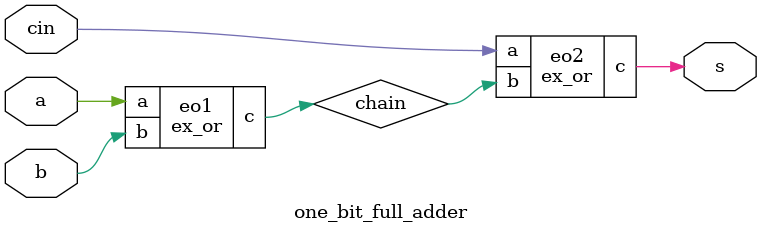
<source format=v>
`timescale 1ns/1ps

module Seven_Segment_LED (sum, a, b, c, d, e, f, g);
  input [4-1:0] sum;
  output a, b, c, d, e, f, g;
  
  wire [4-1:0] nsum;
  wire m0, m1, m2, m3, m4, m5, m6, m7, m8, m9, m10, m11, m12, m13, m14, m15;
  
  not n1 (nsum[0], sum[0]);
  not n2 (nsum[1], sum[1]);
  not n3 (nsum[2], sum[2]);
  not n4 (nsum[3], sum[3]);
  
  and a1 (m0, nsum[3], nsum[2], nsum[1], nsum[0]);
  and a2 (m1, nsum[3], nsum[2], nsum[1], sum[0]);
  and a3 (m2, nsum[3], nsum[2], sum[1], nsum[0]);
  and a4 (m3, nsum[3], nsum[2], sum[1], sum[0]);
  and a5 (m4, nsum[3], sum[2], nsum[1], nsum[0]);
  and a6 (m5, nsum[3], sum[2], nsum[1], sum[0]);
  and a7 (m6, nsum[3], sum[2], sum[1], nsum[0]);
  and a8 (m7, nsum[3], sum[2], sum[1], sum[0]);
  and a9 (m8, sum[3], nsum[2], nsum[1], nsum[0]);
  and a10 (m9, sum[3], nsum[2], nsum[1], sum[0]);
  and a11 (m10, sum[3], nsum[2], sum[1], nsum[0]);
  and a12 (m11, sum[3], nsum[2], sum[1], sum[0]);
  and a13 (m12, sum[3], sum[2], nsum[1], nsum[0]);
  and a14 (m13, sum[3], sum[2], nsum[1], sum[0]);
  and a15 (m14, sum[3], sum[2], sum[1], nsum[0]);
  and a16 (m15, sum[3], sum[2], sum[1], sum[0]);
  
  or o1 (a, m1, m4, m11, m13);
  or o2 (b, m5, m6, m11, m12, m14, m15);
  or o3 (c, m2, m12, m14, m15);
  or o4 (d, m1, m4, m7, m10, m15);
  or o5 (e, m1, m3, m4, m5, m7, m9);
  or o6 (f, m1, m2, m3, m7, m13);
  or o7 (g, m0, m1, m7, m12);
endmodule

module Carry_Look_Ahead_Adder (a, b, cin, cout, ledA, ledB, ledC, ledD, ledE, ledF, ledG, AN);
  input [4-1:0] a, b;
  input cin;
  output cout;
  wire [4-1:0] sum;
  output ledA, ledB, ledC, ledD, ledE, ledF, ledG;
  output [4-1:0] AN;

  wire [4-1:0] p;
  wire [4-1:0] g;
  wire c1, c2, c3;
  wire w1, w2, w3, w4, w5, w6, w7, w8, w9, w10;
  wire tmp_cout;

  and aa1 (AN[3], 1, 1);
  and aa2 (AN[2], 1, 1);
  and aa3 (AN[1], 1, 1);
  and aa4 (AN[0], 0, 0);
  
  ex_or eo1 (a[0], b[0], p[0]);
  ex_or eo2 (a[1], b[1], p[1]);
  ex_or eo3 (a[2], b[2], p[2]);
  ex_or eo4 (a[3], b[3], p[3]);

  and a1 (g[0], a[0], b[0]);
  and a2 (g[1], a[1], b[1]);
  and a3 (g[2], a[2], b[2]);
  and a4 (g[3], a[3], b[3]);

  and a5 (w1, p[0], cin);
  or o1 (c1, g[0], w1);
  and a6 (w2, p[1], g[0]);
  and a7 (w3, p[1], p[0], cin);
  or o2 (c2, g[1], w2, w3);
  and a8 (w4, p[2], g[1]);
  and a9 (w5, p[2], p[1], g[0]);
  and a10 (w6, p[2], p[1], p[0], cin);
  or o3 (c3, g[2], w4, w5, w6);
  and a11 (w7, p[3], g[2]);
  and a12 (w8, p[3], p[2], g[1]);
  and a13 (w9, p[3], p[2], p[1], g[0]);
  and a14 (w10, p[3], p[2], p[1], p[0], cin);
  or o4 (tmp_cout, g[3], w7, w8, w9, w10);
  not n1 (cout, tmp_cout);

  one_bit_full_adder fa1 (a[0], b[0], cin, sum[0]);
  one_bit_full_adder fa2 (a[1], b[1], c1, sum[1]);
  one_bit_full_adder fa3 (a[2], b[2], c2, sum[2]);
  one_bit_full_adder fa4 (a[3], b[3], c3, sum[3]);
  
  Seven_Segment_LED led1 (sum, ledA, ledB, ledC, ledD, ledE, ledF, ledG);
endmodule

module ex_or (a, b, c);
  input a, b;
  output c;
  wire Na, Nb, and1, and2;

  not (Na, a);
  not (Nb, b);
  and (and1, Na, b);
  and (and2, Nb, a);
  or (c, and1, and2);
endmodule

module one_bit_full_adder (a, b, cin, s);
  input a, b, cin;
  output s;

  wire chain;
  ///sum
  ex_or eo1 (a, b, chain);
  ex_or eo2 (cin, chain, s);
endmodule
</source>
